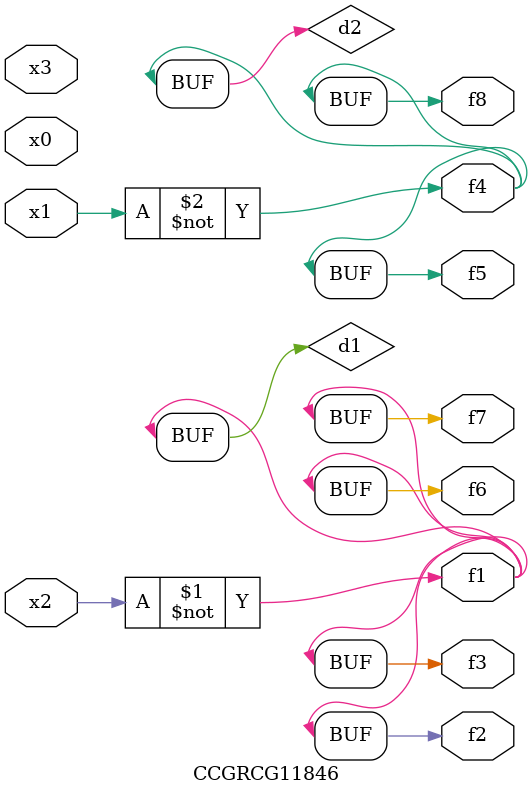
<source format=v>
module CCGRCG11846(
	input x0, x1, x2, x3,
	output f1, f2, f3, f4, f5, f6, f7, f8
);

	wire d1, d2;

	xnor (d1, x2);
	not (d2, x1);
	assign f1 = d1;
	assign f2 = d1;
	assign f3 = d1;
	assign f4 = d2;
	assign f5 = d2;
	assign f6 = d1;
	assign f7 = d1;
	assign f8 = d2;
endmodule

</source>
